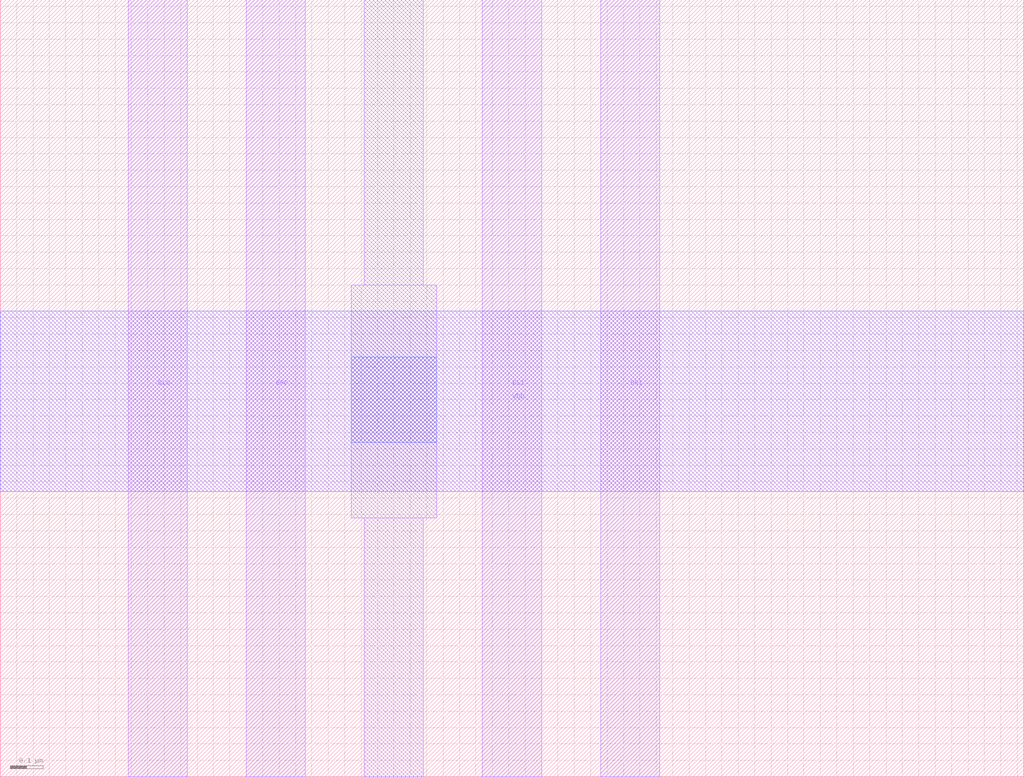
<source format=lef>
# Copyright 2020 The SkyWater PDK Authors
#
# Licensed under the Apache License, Version 2.0 (the "License");
# you may not use this file except in compliance with the License.
# You may obtain a copy of the License at
#
#     https://www.apache.org/licenses/LICENSE-2.0
#
# Unless required by applicable law or agreed to in writing, software
# distributed under the License is distributed on an "AS IS" BASIS,
# WITHOUT WARRANTIES OR CONDITIONS OF ANY KIND, either express or implied.
# See the License for the specific language governing permissions and
# limitations under the License.
#
# SPDX-License-Identifier: Apache-2.0

VERSION 5.7 ;
  NOWIREEXTENSIONATPIN ON ;
  DIVIDERCHAR "/" ;
  BUSBITCHARS "[]" ;
MACRO sky130_fd_bd_sram__openram_dp_cell_cap_col
  CLASS BLOCK ;
  FOREIGN sky130_fd_bd_sram__openram_dp_cell_cap_col ;
  ORIGIN  0.000000  0.000000 ;
  SIZE  3.120000 BY  2.370000 ;
  PIN BL0
    PORT
      LAYER met1 ;
        RECT 0.390000 0.000000 0.570000 2.370000 ;
    END
  END BL0
  PIN BL1
    PORT
      LAYER met1 ;
        RECT 1.470000 0.000000 1.650000 2.370000 ;
    END
  END BL1
  PIN BR0
    PORT
      LAYER met1 ;
        RECT 0.750000 0.000000 0.930000 2.370000 ;
    END
  END BR0
  PIN BR1
    PORT
      LAYER met1 ;
        RECT 1.830000 0.000000 2.010000 2.370000 ;
    END
  END BR1
  PIN VDD
    PORT
      LAYER met2 ;
        RECT 0.000000 0.870000 3.120000 1.420000 ;
    END
  END VDD
  OBS
    LAYER met1 ;
      RECT 1.070000 0.790000 1.330000 1.500000 ;
      RECT 1.110000 0.000000 1.290000 0.790000 ;
      RECT 1.110000 1.500000 1.290000 2.370000 ;
    LAYER via ;
      RECT 1.070000 1.020000 1.330000 1.280000 ;
  END
END sky130_fd_bd_sram__openram_dp_cell_cap_col
END LIBRARY

</source>
